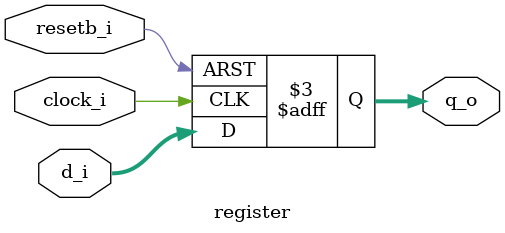
<source format=sv>
`timescale 1ns/1ps

module register (
    input logic clock_i,
    input logic resetb_i,
    input logic[7:0] d_i,
    output logic[7:0] q_o
);

always @(posedge clock_i or negedge resetb_i) begin : seq
    if (resetb_i==1'b0)
        q_o=8'b0;
    else
        q_o=d_i;
end

endmodule : register
</source>
